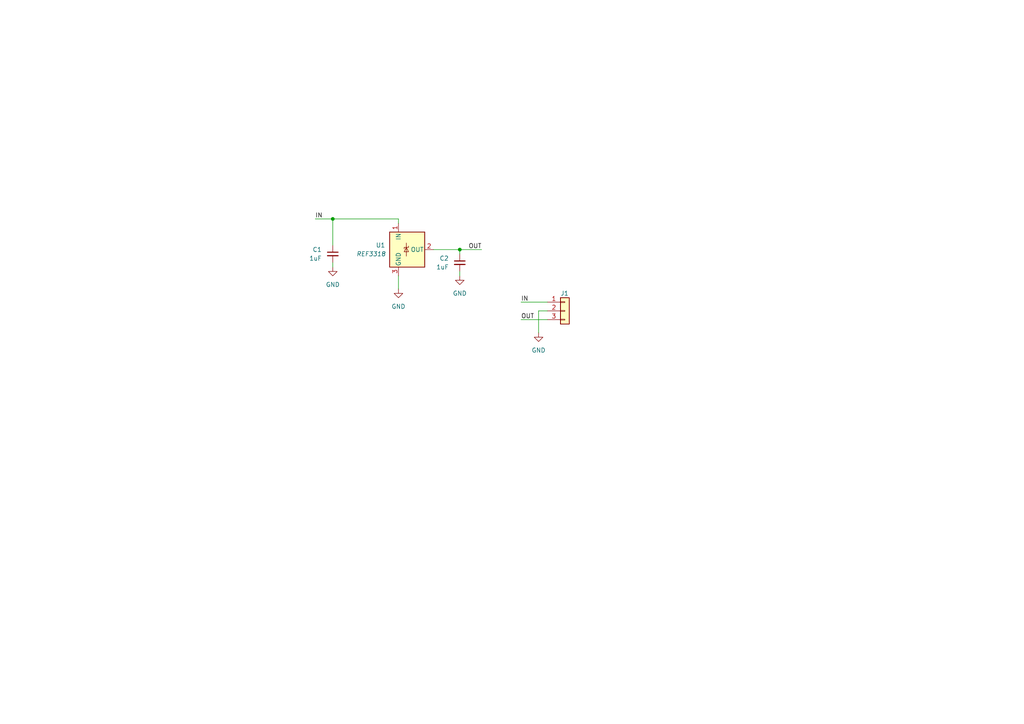
<source format=kicad_sch>
(kicad_sch (version 20230121) (generator eeschema)
  (paper "A4")
  (lib_symbols
    (symbol "Connector_Generic:Conn_01x03" (pin_names (offset 1.016) hide)
      (property "Reference" "J" (at 0 5.08 0))
      (property "Value" "Conn_01x03" (at 0 -5.08 0))
      (symbol "Conn_01x03_1_1"
        (rectangle (start -1.27 -2.413) (end 0 -2.667) (stroke (width 0.1524)))
        (rectangle (start -1.27 0.127) (end 0 -0.127) (stroke (width 0.1524)))
        (rectangle (start -1.27 2.667) (end 0 2.413) (stroke (width 0.1524)))
        (rectangle (start -1.27 3.81) (end 1.27 -3.81) (stroke (width 0.254)) (fill (type background)))
        (pin passive line (at -5.08 2.54 0) (length 3.81) (name "Pin_1") (number "1"))
        (pin passive line (at -5.08 0 0) (length 3.81) (name "Pin_2") (number "2"))
        (pin passive line (at -5.08 -2.54 0) (length 3.81) (name "Pin_3") (number "3"))
      )
    )
    (symbol "Device:C_Small" (pin_numbers hide) (pin_names (offset 0.254) hide)
      (property "Reference" "C" (at 0.254 1.778 0))
      (property "Value" "C_Small" (at 0.254 -2.032 0))
      (symbol "C_Small_0_1"
        (polyline (pts (xy -1.524 -0.508) (xy 1.524 -0.508)) (stroke (width 0.3302)))
        (polyline (pts (xy -1.524 0.508) (xy 1.524 0.508)) (stroke (width 0.3048)))
      )
      (symbol "C_Small_1_1"
        (pin passive line (at 0 2.54 270) (length 2.032) (name "~") (number "1"))
        (pin passive line (at 0 -2.54 90) (length 2.032) (name "~") (number "2"))
      )
    )
    (symbol "REF33xx library:REF3318" (pin_names (offset 0.254))
      (property "Reference" "U" (at 0 6.35 0))
      (property "Value" "REF3318" (at 2.54 -6.35 0))
      (symbol "REF3318_0_1"
        (rectangle (start -5.08 5.08) (end 5.08 -5.08) (stroke (width 0.254)) (fill (type background)))
        (polyline (pts (xy -0.254 1.905) (xy -0.254 -1.905)))
        (polyline (pts (xy -0.889 -0.635) (xy 0.381 -0.635) (xy -0.254 0.635) (xy -0.889 -0.635)))
        (polyline (pts (xy 0.381 1.016) (xy 0.381 0.635) (xy -0.889 0.635) (xy -0.889 0.254)))
      )
      (symbol "REF3318_1_1"
        (pin power_in line (at -2.54 7.62 270) (length 2.54) (name "IN") (number "1"))
        (pin power_out line (at 7.62 0 180) (length 2.54) (name "OUT") (number "2"))
        (pin power_in line (at -2.54 -7.62 90) (length 2.54) (name "GND") (number "3"))
      )
    )
    (symbol "power:GND" (power) (pin_names (offset 0))
      (property "Value" "GND" (at 0 -3.81 0))
      (symbol "GND_0_1"
        (polyline (pts (xy 0 0) (xy 0 -1.27) (xy 1.27 -1.27) (xy 0 -2.54) (xy -1.27 -1.27) (xy 0 -1.27)))
      )
      (symbol "GND_1_1"
        (pin power_in line (at 0 0 270) (length 0) hide (name "GND") (number "1"))
      )
    )
  )
  (junction (at 96.52 63.5))
  (junction (at 133.35 72.39))
  (wire (pts (xy 115.57 80.01) (xy 115.57 83.82)))
  (wire (pts (xy 156.21 96.52) (xy 156.21 90.17)))
  (wire (pts (xy 151.13 92.71) (xy 158.75 92.71)))
  (wire (pts (xy 91.44 63.5) (xy 96.52 63.5)))
  (wire (pts (xy 133.35 72.39) (xy 133.35 73.66)))
  (wire (pts (xy 125.73 72.39) (xy 133.35 72.39)))
  (wire (pts (xy 115.57 63.5) (xy 96.52 63.5)))
  (wire (pts (xy 133.35 78.74) (xy 133.35 80.01)))
  (wire (pts (xy 96.52 76.2) (xy 96.52 77.47)))
  (wire (pts (xy 133.35 72.39) (xy 139.7 72.39)))
  (wire (pts (xy 151.13 87.63) (xy 158.75 87.63)))
  (wire (pts (xy 156.21 90.17) (xy 158.75 90.17)))
  (wire (pts (xy 96.52 63.5) (xy 96.52 71.12)))
  (wire (pts (xy 115.57 64.77) (xy 115.57 63.5)))
  (label "IN" (at 91.44 63.5 0))
  (label "OUT" (at 139.7 72.39 180))
  (label "OUT" (at 151.13 92.71 0))
  (label "IN" (at 151.13 87.63 0))
  (symbol (lib_id "power:GND") (at 96.52 77.47 0) (unit 1)
    (property "Reference" "#PWR03" (effects hide))
    (property "Value" "GND" (at 96.52 82.55 0))
  )
  (symbol (lib_id "power:GND") (at 156.21 96.52 0) (unit 1)
    (property "Reference" "#PWR02" (effects hide))
    (property "Value" "GND" (at 156.21 101.6 0))
  )
  (symbol (lib_id "Device:C_Small") (at 96.52 73.66 0) (mirror y) (unit 1)
    (property "Reference" "C1" (at 93.345 72.3963 0) (effects (justify left)))
    (property "Value" "1uF" (at 93.345 74.9363 0) (effects (justify left)))
    (property "Footprint" "Capacitor_SMD:C_0603_1608Metric_Pad1.08x0.95mm_HandSolder" (effects hide))
  )
  (symbol (lib_id "REF33xx library:REF3318") (at 118.11 72.39 0) (unit 1)
    (property "Reference" "U1" (at 111.76 71.12 0) (effects (justify right)))
    (property "Value" "REF3318" (at 111.76 73.66 0) (effects (font italic) (justify right)))
    (property "Footprint" "Package_TO_SOT_SMD:SOT-23" (effects hide))
    (property "Datasheet" "https://www.ti.com/lit/ds/symlink/ref3318.pdf" (effects hide))
    (property "Mfg" "Texas Instruments" (effects hide))
    (property "PN" "REF3318AIDBZR" (effects hide))
  )
  (symbol (lib_id "power:GND") (at 115.57 83.82 0) (unit 1)
    (property "Reference" "#PWR01" (effects hide))
    (property "Value" "GND" (at 115.57 88.9 0))
  )
  (symbol (lib_id "power:GND") (at 133.35 80.01 0) (unit 1)
    (property "Reference" "#PWR04" (effects hide))
    (property "Value" "GND" (at 133.35 85.09 0))
  )
  (symbol (lib_id "Connector_Generic:Conn_01x03") (at 163.83 90.17 0) (unit 1)
    (property "Reference" "J1" (at 162.56 85.09 0) (effects (justify left)))
    (property "Value" "Conn_01x03" (effects hide))
    (property "Footprint" "Connector_PinHeader_2.54mm:PinHeader_1x03_P2.54mm_Vertical" (effects hide))
  )
  (symbol (lib_id "Device:C_Small") (at 133.35 76.2 0) (mirror y) (unit 1)
    (property "Reference" "C2" (at 130.175 74.9363 0) (effects (justify left)))
    (property "Value" "1uF" (at 130.175 77.4763 0) (effects (justify left)))
    (property "Footprint" "Capacitor_SMD:C_0603_1608Metric_Pad1.08x0.95mm_HandSolder" (effects hide))
  )
)
</source>
